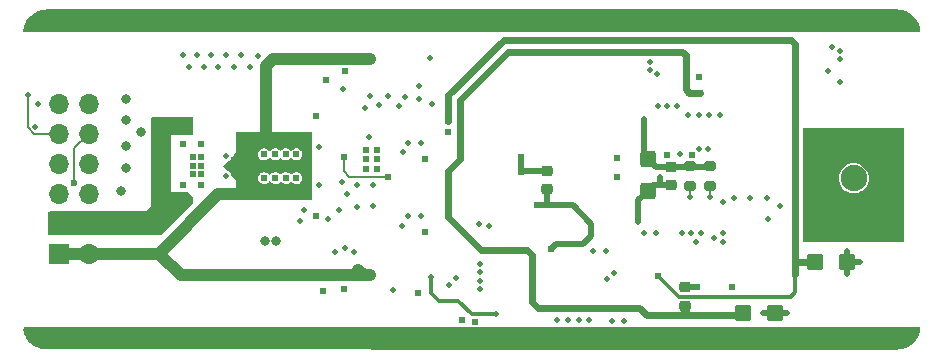
<source format=gbr>
%TF.GenerationSoftware,KiCad,Pcbnew,(6.0.5)*%
%TF.CreationDate,2022-10-08T22:42:16+08:00*%
%TF.ProjectId,LabPrecisionVoltageSource_V1.2,4c616250-7265-4636-9973-696f6e566f6c,rev?*%
%TF.SameCoordinates,Original*%
%TF.FileFunction,Copper,L4,Bot*%
%TF.FilePolarity,Positive*%
%FSLAX46Y46*%
G04 Gerber Fmt 4.6, Leading zero omitted, Abs format (unit mm)*
G04 Created by KiCad (PCBNEW (6.0.5)) date 2022-10-08 22:42:16*
%MOMM*%
%LPD*%
G01*
G04 APERTURE LIST*
G04 Aperture macros list*
%AMRoundRect*
0 Rectangle with rounded corners*
0 $1 Rounding radius*
0 $2 $3 $4 $5 $6 $7 $8 $9 X,Y pos of 4 corners*
0 Add a 4 corners polygon primitive as box body*
4,1,4,$2,$3,$4,$5,$6,$7,$8,$9,$2,$3,0*
0 Add four circle primitives for the rounded corners*
1,1,$1+$1,$2,$3*
1,1,$1+$1,$4,$5*
1,1,$1+$1,$6,$7*
1,1,$1+$1,$8,$9*
0 Add four rect primitives between the rounded corners*
20,1,$1+$1,$2,$3,$4,$5,0*
20,1,$1+$1,$4,$5,$6,$7,0*
20,1,$1+$1,$6,$7,$8,$9,0*
20,1,$1+$1,$8,$9,$2,$3,0*%
G04 Aperture macros list end*
%TA.AperFunction,ComponentPad*%
%ADD10C,2.240000*%
%TD*%
%TA.AperFunction,ComponentPad*%
%ADD11C,2.740000*%
%TD*%
%TA.AperFunction,ComponentPad*%
%ADD12R,1.700000X1.700000*%
%TD*%
%TA.AperFunction,ComponentPad*%
%ADD13O,1.700000X1.700000*%
%TD*%
%TA.AperFunction,SMDPad,CuDef*%
%ADD14RoundRect,0.200000X0.275000X-0.200000X0.275000X0.200000X-0.275000X0.200000X-0.275000X-0.200000X0*%
%TD*%
%TA.AperFunction,SMDPad,CuDef*%
%ADD15RoundRect,0.225000X-0.250000X0.225000X-0.250000X-0.225000X0.250000X-0.225000X0.250000X0.225000X0*%
%TD*%
%TA.AperFunction,SMDPad,CuDef*%
%ADD16RoundRect,0.250000X-0.450000X-0.425000X0.450000X-0.425000X0.450000X0.425000X-0.450000X0.425000X0*%
%TD*%
%TA.AperFunction,SMDPad,CuDef*%
%ADD17RoundRect,0.250000X-0.425000X0.450000X-0.425000X-0.450000X0.425000X-0.450000X0.425000X0.450000X0*%
%TD*%
%TA.AperFunction,SMDPad,CuDef*%
%ADD18RoundRect,0.250000X0.450000X0.425000X-0.450000X0.425000X-0.450000X-0.425000X0.450000X-0.425000X0*%
%TD*%
%TA.AperFunction,SMDPad,CuDef*%
%ADD19RoundRect,0.225000X0.250000X-0.225000X0.250000X0.225000X-0.250000X0.225000X-0.250000X-0.225000X0*%
%TD*%
%TA.AperFunction,ViaPad*%
%ADD20C,0.800000*%
%TD*%
%TA.AperFunction,ViaPad*%
%ADD21C,0.502000*%
%TD*%
%TA.AperFunction,ViaPad*%
%ADD22C,0.603000*%
%TD*%
%TA.AperFunction,ViaPad*%
%ADD23C,0.600000*%
%TD*%
%TA.AperFunction,Conductor*%
%ADD24C,0.300000*%
%TD*%
%TA.AperFunction,Conductor*%
%ADD25C,0.500000*%
%TD*%
%TA.AperFunction,Conductor*%
%ADD26C,0.600000*%
%TD*%
%TA.AperFunction,Conductor*%
%ADD27C,0.800000*%
%TD*%
%TA.AperFunction,Conductor*%
%ADD28C,1.000000*%
%TD*%
%TA.AperFunction,Conductor*%
%ADD29C,0.200000*%
%TD*%
%TA.AperFunction,Conductor*%
%ADD30C,0.150000*%
%TD*%
G04 APERTURE END LIST*
D10*
%TO.P,J101,1,In*%
%TO.N,/ADC/ADC_INPUT*%
X189400000Y-94700000D03*
D11*
%TO.P,J101,2,Ext*%
%TO.N,GND*%
X186860000Y-92160000D03*
X191940000Y-92160000D03*
X186860000Y-97240000D03*
X191940000Y-97240000D03*
%TD*%
D12*
%TO.P,J102,1,Pin_1*%
%TO.N,VIN*%
X122081141Y-101069677D03*
D13*
%TO.P,J102,2,Pin_2*%
X124621141Y-101069677D03*
%TO.P,J102,3,Pin_3*%
%TO.N,GND*%
X122081141Y-98529677D03*
%TO.P,J102,4,Pin_4*%
X124621141Y-98529677D03*
%TO.P,J102,5,Pin_5*%
%TO.N,/PMOD_SCK*%
X122081141Y-95989677D03*
%TO.P,J102,6,Pin_6*%
%TO.N,unconnected-(J102-Pad6)*%
X124621141Y-95989677D03*
%TO.P,J102,7,Pin_7*%
%TO.N,/PMOD_MISO*%
X122081141Y-93449677D03*
%TO.P,J102,8,Pin_8*%
%TO.N,/ADC/ADC_CLKIN*%
X124621141Y-93449677D03*
%TO.P,J102,9,Pin_9*%
%TO.N,/PMOD_MOSI*%
X122081141Y-90909677D03*
%TO.P,J102,10,Pin_10*%
%TO.N,/PMOD_CS_ADC*%
X124621141Y-90909677D03*
%TO.P,J102,11,Pin_11*%
%TO.N,/PMOD_CS_DAC*%
X122081141Y-88369677D03*
%TO.P,J102,12,Pin_12*%
%TO.N,/ADC/ADC_IRQ*%
X124621141Y-88369677D03*
%TD*%
D14*
%TO.P,R402,1*%
%TO.N,Net-(R402-Pad1)*%
X177211670Y-95338454D03*
%TO.P,R402,2*%
%TO.N,VDDA*%
X177211670Y-93688454D03*
%TD*%
D15*
%TO.P,C401,1*%
%TO.N,VDDA*%
X173911670Y-93738456D03*
%TO.P,C401,2*%
%TO.N,GND*%
X173911670Y-95288456D03*
%TD*%
D16*
%TO.P,C503,1*%
%TO.N,+15V*%
X186161671Y-101813455D03*
%TO.P,C503,2*%
%TO.N,GND*%
X188861671Y-101813455D03*
%TD*%
D17*
%TO.P,C402,1*%
%TO.N,VDDA*%
X171961671Y-93063456D03*
%TO.P,C402,2*%
%TO.N,GND*%
X171961671Y-95763456D03*
%TD*%
D15*
%TO.P,C302,1*%
%TO.N,VDDA*%
X163421143Y-94050862D03*
%TO.P,C302,2*%
%TO.N,GND*%
X163421143Y-95600862D03*
%TD*%
D14*
%TO.P,R401,1*%
%TO.N,Net-(R401-Pad1)*%
X175561669Y-95338456D03*
%TO.P,R401,2*%
%TO.N,VDDA*%
X175561669Y-93688456D03*
%TD*%
D18*
%TO.P,C506,1*%
%TO.N,GND*%
X182761671Y-106063456D03*
%TO.P,C506,2*%
%TO.N,-15V*%
X180061671Y-106063456D03*
%TD*%
D19*
%TO.P,C407,1*%
%TO.N,-15V*%
X175111671Y-105488455D03*
%TO.P,C407,2*%
%TO.N,GND*%
X175111671Y-103938455D03*
%TD*%
D20*
%TO.N,GND*%
X185800000Y-94700000D03*
X190300000Y-99300000D03*
X186600000Y-99600000D03*
X192700000Y-99400000D03*
D21*
%TO.N,VDD*%
X159074263Y-106200862D03*
X153633642Y-103091485D03*
%TO.N,GND*%
X149961670Y-87713456D03*
D20*
X145700000Y-81700000D03*
X122809000Y-107950000D03*
D21*
X169961669Y-106763455D03*
D20*
X191420000Y-81700000D03*
D21*
X146311671Y-100613456D03*
X151624261Y-97900865D03*
X133761669Y-84263455D03*
D22*
X133421141Y-93625861D03*
D21*
X171161671Y-97413457D03*
D22*
X156261671Y-106663457D03*
D20*
X148240000Y-81700000D03*
D22*
X133421139Y-92875863D03*
D20*
X140589000Y-107950000D03*
X168529000Y-107950000D03*
D22*
X134171141Y-92875864D03*
X133421141Y-94375860D03*
D20*
X163480000Y-81700000D03*
D21*
X179261671Y-96363455D03*
X151649263Y-91675864D03*
D20*
X186309000Y-107950000D03*
D22*
X133000000Y-89900000D03*
X164299264Y-96975864D03*
D21*
X168911672Y-106763455D03*
D20*
X125380000Y-81700000D03*
D21*
X178311671Y-100113456D03*
D20*
X176149000Y-107950000D03*
X138049000Y-107950000D03*
D21*
X150361671Y-104163456D03*
D20*
X127800000Y-89800000D03*
D21*
X134361671Y-85313456D03*
D22*
X134100000Y-91800000D03*
X153128512Y-93065864D03*
D20*
X181229000Y-107950000D03*
X188849000Y-107950000D03*
D21*
X151411668Y-87813455D03*
X148361669Y-91213455D03*
D20*
X145669000Y-107950000D03*
D22*
X179111671Y-103913457D03*
D21*
X168411671Y-100863455D03*
D22*
X163811670Y-100663457D03*
D21*
X188861668Y-100863457D03*
D20*
X168560000Y-81700000D03*
D21*
X171161670Y-96563457D03*
X172121142Y-85553985D03*
X146161671Y-87163455D03*
X178061670Y-89313457D03*
X169069265Y-102755863D03*
X152561671Y-86913456D03*
D20*
X143160000Y-81700000D03*
D21*
X189911670Y-101813455D03*
X168521142Y-103253985D03*
X180661669Y-96363455D03*
D20*
X188880000Y-81700000D03*
D22*
X142221143Y-92675865D03*
X157353139Y-106846861D03*
X140421142Y-92675860D03*
X132300000Y-97400000D03*
D21*
X176261670Y-89313457D03*
D22*
X144721141Y-86350864D03*
D20*
X120269000Y-107950000D03*
D22*
X134171141Y-93625862D03*
D21*
X176261670Y-92213457D03*
D20*
X127400000Y-95800000D03*
X160940000Y-81700000D03*
D21*
X172661672Y-99313455D03*
X177061671Y-92213456D03*
D20*
X140500000Y-100000000D03*
D22*
X142221143Y-94675862D03*
D20*
X127920000Y-81700000D03*
X120300000Y-81700000D03*
D22*
X146326642Y-85595363D03*
D20*
X186340000Y-81700000D03*
D21*
X148061671Y-88763455D03*
D20*
X135509000Y-107950000D03*
D21*
X158511672Y-98713456D03*
D22*
X162549263Y-96975865D03*
X132300000Y-96600000D03*
D21*
X182111672Y-98113457D03*
D22*
X132600000Y-91800000D03*
D21*
X172986669Y-94588455D03*
D22*
X169321142Y-94603984D03*
X176114263Y-103910861D03*
D21*
X152749263Y-91675864D03*
X152611670Y-88013456D03*
D22*
X149018511Y-93075864D03*
D21*
X181761669Y-106063456D03*
D20*
X153289000Y-107950000D03*
X183769000Y-107950000D03*
D21*
X138961670Y-84313456D03*
D20*
X178689000Y-107950000D03*
D22*
X134171141Y-94375862D03*
X144461671Y-104263456D03*
D21*
X147111671Y-100963457D03*
X174861668Y-99313455D03*
D20*
X158369000Y-107950000D03*
D21*
X148711669Y-97063457D03*
D20*
X176180000Y-81700000D03*
D21*
X177161670Y-89313457D03*
D20*
X181260000Y-81700000D03*
D21*
X147361670Y-97113457D03*
D22*
X149006513Y-93887863D03*
D20*
X122840000Y-81700000D03*
D21*
X188221141Y-86553986D03*
D20*
X153320000Y-81700000D03*
X132969000Y-107950000D03*
D21*
X145811670Y-97413457D03*
D20*
X148209000Y-107950000D03*
D21*
X178311670Y-99313454D03*
X152724265Y-97900863D03*
X178311671Y-96713456D03*
X182061671Y-96363455D03*
D20*
X143129000Y-107950000D03*
X166020000Y-81700000D03*
X171100000Y-81700000D03*
D21*
X188221141Y-84603985D03*
D20*
X160909000Y-107950000D03*
D21*
X138261671Y-85313455D03*
D20*
X150749000Y-107950000D03*
D22*
X139471142Y-94675862D03*
D20*
X191389000Y-107950000D03*
D21*
X157686670Y-98538456D03*
D20*
X173609000Y-107950000D03*
D21*
X183761671Y-106063456D03*
D20*
X171069000Y-107950000D03*
X129100000Y-90800000D03*
D21*
X174661670Y-92663456D03*
D20*
X163449000Y-107950000D03*
X193929000Y-107950000D03*
D21*
X172121140Y-84853984D03*
X183161671Y-97063457D03*
D20*
X130460000Y-81700000D03*
D21*
X137561670Y-84263456D03*
X135611671Y-85313455D03*
X145461670Y-100963457D03*
D22*
X139471141Y-92675865D03*
D21*
X177561669Y-99763455D03*
D20*
X155829000Y-107950000D03*
D21*
X151271141Y-92453984D03*
X150911671Y-88563455D03*
X171161670Y-98413456D03*
D20*
X183800000Y-81700000D03*
D22*
X141321141Y-92675862D03*
D21*
X148411670Y-87713456D03*
X142511670Y-98313457D03*
D20*
X158400000Y-81700000D03*
D21*
X149211670Y-88463456D03*
D22*
X133100000Y-96600000D03*
X132100000Y-89900000D03*
X146249265Y-104075861D03*
X132550000Y-90650000D03*
D21*
X146111670Y-95013456D03*
X146461670Y-96063454D03*
X187599265Y-83575861D03*
X144861670Y-98163457D03*
D20*
X125349000Y-107950000D03*
D22*
X169321142Y-92972930D03*
D21*
X188221141Y-83903986D03*
D20*
X165989000Y-107950000D03*
D22*
X140421140Y-94675864D03*
X132600000Y-95300000D03*
D20*
X139600000Y-100000000D03*
X127889000Y-107950000D03*
D21*
X176461671Y-99313455D03*
D22*
X143874141Y-97872863D03*
D21*
X148661671Y-95263455D03*
X136261669Y-84263456D03*
D20*
X150780000Y-81700000D03*
X178720000Y-81700000D03*
D21*
X153711671Y-88413455D03*
D22*
X141321140Y-94675862D03*
D21*
X135011671Y-84263456D03*
X132611670Y-84263456D03*
X171611668Y-99313455D03*
D22*
X173600000Y-92700000D03*
D20*
X129300000Y-98500000D03*
D21*
X136961671Y-85313457D03*
D22*
X134100000Y-95300000D03*
X149006511Y-92287862D03*
D21*
X147361670Y-95263457D03*
X175661670Y-99313455D03*
X142861670Y-97413457D03*
X172749265Y-85875863D03*
D20*
X193900000Y-81700000D03*
X127800000Y-92000000D03*
D22*
X148106514Y-92287862D03*
X143874141Y-89428861D03*
D20*
X133000000Y-81700000D03*
D22*
X148106513Y-93037862D03*
X152549077Y-104376051D03*
D20*
X127400000Y-98500000D03*
D21*
X133161671Y-85313456D03*
D22*
X148106513Y-93887865D03*
D21*
X151185770Y-98739355D03*
D20*
X135540000Y-81700000D03*
D22*
X153143143Y-99278862D03*
D20*
X155860000Y-81700000D03*
X127800000Y-93800000D03*
D21*
X188861670Y-102763456D03*
X176061672Y-100063455D03*
D20*
X140620000Y-81700000D03*
D21*
X167361669Y-100863456D03*
D22*
X175700000Y-92700000D03*
X176311669Y-86163456D03*
D20*
X130429000Y-107950000D03*
X138080000Y-81700000D03*
X173640000Y-81700000D03*
X127800000Y-88000000D03*
D21*
X187224076Y-85575863D03*
D22*
%TO.N,+15V*%
X184461670Y-100663457D03*
X155061669Y-90763457D03*
X184461670Y-102763456D03*
X184461671Y-85963455D03*
X184461670Y-85063456D03*
X184461671Y-101763455D03*
X155061671Y-89863456D03*
X172861671Y-102963456D03*
X184461670Y-99663456D03*
X184461671Y-84063455D03*
%TO.N,-15V*%
X176961669Y-106263455D03*
X175161670Y-84963457D03*
X175461670Y-87463458D03*
X178061670Y-106263457D03*
X175161670Y-86663457D03*
X155061671Y-96063454D03*
X176361670Y-87463457D03*
X155061669Y-96963457D03*
D21*
%TO.N,Net-(C215-Pad1)*%
X144171140Y-95275864D03*
X136271140Y-94475864D03*
%TO.N,VDDA*%
X171611671Y-89713456D03*
X165211670Y-106713457D03*
X153561670Y-84513457D03*
X171611668Y-90463455D03*
D22*
X161271143Y-94203985D03*
D21*
X164311670Y-106713457D03*
X166111670Y-106713457D03*
X171611671Y-91213457D03*
X167011669Y-106713457D03*
D22*
X161271143Y-92853985D03*
%TO.N,VIN*%
X143296143Y-94675862D03*
D21*
X137321142Y-94475864D03*
X137321142Y-92825865D03*
D22*
X146411672Y-84563455D03*
X142376141Y-91245863D03*
X142300144Y-96071864D03*
X146401641Y-102945364D03*
X143276141Y-91245863D03*
X147451641Y-102470363D03*
X148461668Y-84563455D03*
D21*
X137271141Y-93675863D03*
X138121142Y-94475864D03*
D22*
X143150142Y-96071862D03*
X136621140Y-93675862D03*
X143296144Y-92650863D03*
X148451640Y-102920365D03*
D21*
X138121142Y-92825865D03*
D22*
X144536671Y-84563455D03*
%TO.N,/Power/VPOS*%
X146211669Y-92863456D03*
X150004510Y-94581297D03*
D21*
%TO.N,Net-(C210-Pad1)*%
X144121141Y-92075863D03*
X136271142Y-92825865D03*
%TO.N,/ADC/ADC_CLKIN*%
X155161670Y-103713457D03*
%TO.N,/ADC/ADC_IRQ*%
X155711670Y-103113456D03*
%TO.N,Net-(R401-Pad1)*%
X175561671Y-96263456D03*
%TO.N,Net-(R402-Pad1)*%
X177211670Y-96263457D03*
%TO.N,/PMOD_CS_DAC*%
X175407439Y-89367688D03*
%TO.N,/PMOD_MOSI*%
X174411670Y-88613454D03*
X157761670Y-103363455D03*
X119461669Y-87650000D03*
%TO.N,/PMOD_MISO*%
X157761670Y-104063457D03*
X172811671Y-88613456D03*
X120311670Y-88413457D03*
%TO.N,/PMOD_SCK*%
X120085336Y-90314663D03*
X173611670Y-88613456D03*
X157761670Y-102663456D03*
%TO.N,/PMOD_CS_ADC*%
X157761670Y-101963455D03*
D23*
X123400000Y-95100000D03*
%TD*%
D24*
%TO.N,VDD*%
X159074263Y-106200862D02*
X157049076Y-106200861D01*
X157049076Y-106200861D02*
X155911670Y-105063455D01*
X155911670Y-105063455D02*
X154311669Y-105063456D01*
X154311669Y-105063456D02*
X153633640Y-104385428D01*
X153633640Y-104385428D02*
X153633642Y-103091485D01*
D25*
%TO.N,GND*%
X172986669Y-95288457D02*
X172986669Y-94588455D01*
X172436670Y-95288457D02*
X171961670Y-95763456D01*
X163449263Y-96975864D02*
X164299264Y-96975864D01*
X171161670Y-96563457D02*
X171961670Y-95763456D01*
X166479972Y-100245764D02*
X164229365Y-100245762D01*
X167179973Y-99545763D02*
X166479972Y-100245764D01*
X164299264Y-96975864D02*
X165610073Y-96975864D01*
X175111670Y-103938456D02*
X176086669Y-103938456D01*
X167179973Y-98545763D02*
X167179973Y-99545763D01*
X162549263Y-96975865D02*
X163449263Y-96975864D01*
X171161670Y-98413456D02*
X171161671Y-97413457D01*
X165610073Y-96975864D02*
X167179973Y-98545763D01*
X173911670Y-95288457D02*
X172986669Y-95288457D01*
X188861671Y-101813455D02*
X188861670Y-102763456D01*
X182761670Y-106063456D02*
X183761671Y-106063456D01*
X188861671Y-101813455D02*
X188861668Y-100863457D01*
X164229365Y-100245762D02*
X163811670Y-100663457D01*
X163421142Y-95600863D02*
X163421143Y-96947741D01*
X172986669Y-95288457D02*
X172436670Y-95288457D01*
X182761670Y-106063456D02*
X181761669Y-106063456D01*
X163421143Y-96947741D02*
X163449263Y-96975864D01*
X188861671Y-101813455D02*
X189911670Y-101813455D01*
X176086669Y-103938456D02*
X176114263Y-103910861D01*
X171161671Y-97413457D02*
X171161670Y-96563457D01*
D26*
%TO.N,+15V*%
X155061671Y-87663455D02*
X159761670Y-82963457D01*
X184061671Y-82963457D02*
X184461670Y-83363456D01*
X184461672Y-100963457D02*
X184461671Y-101763455D01*
X186111669Y-101763457D02*
X186161669Y-101813456D01*
X184461670Y-83363456D02*
X184461671Y-84063455D01*
X184461670Y-85063456D02*
X184461671Y-85963455D01*
X184461670Y-99663456D02*
X184461670Y-100663457D01*
X184461671Y-101763455D02*
X186111669Y-101763457D01*
D24*
X184461672Y-104313456D02*
X184461670Y-102763456D01*
D26*
X159761670Y-82963457D02*
X184061671Y-82963457D01*
X184461671Y-101863454D02*
X184461670Y-102763456D01*
D24*
X172861671Y-102963456D02*
X174611669Y-104713457D01*
D26*
X184461671Y-85963455D02*
X184461670Y-99663456D01*
X184461670Y-100663457D02*
X184461672Y-100963457D01*
D24*
X184061672Y-104713455D02*
X184461672Y-104313456D01*
D26*
X155061671Y-89863456D02*
X155061671Y-87663455D01*
X184461671Y-101763455D02*
X184461671Y-101863454D01*
X184461671Y-84063455D02*
X184461670Y-85063456D01*
D24*
X174611669Y-104713457D02*
X184061672Y-104713455D01*
D26*
%TO.N,-15V*%
X175161670Y-86663457D02*
X175161670Y-87163458D01*
X178061670Y-106263457D02*
X179861671Y-106263457D01*
X155061672Y-94063456D02*
X156061670Y-93063457D01*
X162161671Y-101161671D02*
X162161671Y-105163457D01*
X156061670Y-88063457D02*
X160161670Y-83963456D01*
X179861671Y-106263457D02*
X180061671Y-106063456D01*
X155061669Y-97963456D02*
X157861669Y-100763456D01*
X175161670Y-87163458D02*
X175461670Y-87463458D01*
D27*
X175111672Y-105488456D02*
X175111672Y-106013456D01*
D26*
X155061669Y-96963457D02*
X155061669Y-97963456D01*
X162661669Y-105663455D02*
X171261671Y-105663455D01*
X176961669Y-106263455D02*
X178061670Y-106263457D01*
X175161670Y-84263456D02*
X175161670Y-84963457D01*
X157861669Y-100763456D02*
X161763456Y-100763456D01*
X171861670Y-106263457D02*
X175861669Y-106263457D01*
X175461670Y-87463458D02*
X176361670Y-87463457D01*
X174861670Y-83963456D02*
X175161670Y-84263456D01*
X171261671Y-105663455D02*
X171861670Y-106263457D01*
X155061671Y-96063454D02*
X155061672Y-94063456D01*
X160161670Y-83963456D02*
X174861670Y-83963456D01*
X156061670Y-93063457D02*
X156061670Y-88063457D01*
X155061669Y-96963457D02*
X155061671Y-96063454D01*
X175861669Y-106263457D02*
X176961669Y-106263455D01*
X162161671Y-105163457D02*
X162661669Y-105663455D01*
X161763456Y-100763456D02*
X162161671Y-101161671D01*
X175161670Y-84963457D02*
X175161670Y-86663457D01*
D25*
%TO.N,VDDA*%
X172636670Y-93738457D02*
X171961669Y-93063457D01*
X177161672Y-93738457D02*
X177211670Y-93688457D01*
X171611671Y-92713457D02*
X171961669Y-93063457D01*
X171611671Y-89713456D02*
X171611671Y-91213457D01*
X173911670Y-93738457D02*
X177161672Y-93738457D01*
X161271143Y-94203985D02*
X161271143Y-92853985D01*
X163421142Y-94050863D02*
X161424264Y-94050863D01*
X173911670Y-93738457D02*
X172636670Y-93738457D01*
X161424264Y-94050863D02*
X161271143Y-94203985D01*
X171611671Y-91213457D02*
X171611671Y-92713457D01*
D28*
%TO.N,VIN*%
X132453016Y-102920363D02*
X146801640Y-102920366D01*
X140261670Y-84563454D02*
X139651642Y-85173484D01*
X130602325Y-101069677D02*
X132453016Y-102920363D01*
X148451640Y-102920365D02*
X147901640Y-102920363D01*
X135608547Y-96063455D02*
X137561672Y-96063455D01*
X146411672Y-84563455D02*
X148461668Y-84563455D01*
X122081141Y-101069677D02*
X124621140Y-101069677D01*
X130602325Y-101069677D02*
X135608547Y-96063455D01*
X147901640Y-102920363D02*
X147451641Y-102470363D01*
X144536671Y-84563455D02*
X140261670Y-84563454D01*
X124621140Y-101069677D02*
X130602325Y-101069677D01*
X139651642Y-85173484D02*
X139651640Y-90970364D01*
X144536671Y-84563455D02*
X146411672Y-84563455D01*
X147901640Y-102920363D02*
X146426644Y-102920363D01*
D29*
%TO.N,/Power/VPOS*%
X150004510Y-94581297D02*
X146704511Y-94581298D01*
X146704511Y-94581298D02*
X146211669Y-94088457D01*
X146211669Y-94088457D02*
X146211669Y-92863456D01*
%TO.N,Net-(R401-Pad1)*%
X175561669Y-95338455D02*
X175561671Y-96263456D01*
%TO.N,Net-(R402-Pad1)*%
X177211668Y-95338457D02*
X177211670Y-96263457D01*
D30*
%TO.N,/PMOD_MOSI*%
X119461669Y-90363456D02*
X120011670Y-90913457D01*
X120015451Y-90909677D02*
X122081141Y-90909677D01*
X120011670Y-90913457D02*
X120015451Y-90909677D01*
X119461669Y-87650000D02*
X119461669Y-90363456D01*
%TO.N,/PMOD_CS_ADC*%
X123400000Y-92130818D02*
X124621141Y-90909677D01*
X123400000Y-95100000D02*
X123400000Y-92130818D01*
%TD*%
%TA.AperFunction,Conductor*%
%TO.N,GND*%
G36*
X193075791Y-80401270D02*
G01*
X193238824Y-80411958D01*
X193239390Y-80411997D01*
X193328542Y-80418373D01*
X193344132Y-80420473D01*
X193487166Y-80448927D01*
X193489367Y-80449385D01*
X193596862Y-80472771D01*
X193610580Y-80476578D01*
X193744723Y-80522115D01*
X193748254Y-80523373D01*
X193855153Y-80563246D01*
X193866837Y-80568290D01*
X193992420Y-80630222D01*
X193997038Y-80632621D01*
X194098549Y-80688051D01*
X194108165Y-80693873D01*
X194223929Y-80771225D01*
X194229431Y-80775119D01*
X194322554Y-80844830D01*
X194330087Y-80850937D01*
X194434532Y-80942533D01*
X194440548Y-80948168D01*
X194522944Y-81030564D01*
X194528561Y-81036561D01*
X194601676Y-81119933D01*
X194620146Y-81140994D01*
X194626275Y-81148552D01*
X194695992Y-81241683D01*
X194699873Y-81247168D01*
X194777232Y-81362943D01*
X194783051Y-81372552D01*
X194838495Y-81474090D01*
X194840884Y-81478691D01*
X194902812Y-81604269D01*
X194907861Y-81615963D01*
X194947724Y-81722837D01*
X194948977Y-81726355D01*
X194994527Y-81860535D01*
X194998331Y-81874245D01*
X195021710Y-81981712D01*
X195022168Y-81983912D01*
X195050628Y-82126974D01*
X195052728Y-82142561D01*
X195054334Y-82165012D01*
X195039242Y-82234386D01*
X194989040Y-82284588D01*
X194928655Y-82300000D01*
X119226000Y-82300000D01*
X119157879Y-82279998D01*
X119111386Y-82226342D01*
X119100000Y-82174000D01*
X119100000Y-82097495D01*
X119102422Y-82072906D01*
X119120902Y-81980029D01*
X119121361Y-81977828D01*
X119143769Y-81874848D01*
X119147577Y-81861131D01*
X119194082Y-81724153D01*
X119195323Y-81720666D01*
X119234141Y-81616605D01*
X119239186Y-81604923D01*
X119302168Y-81477222D01*
X119304586Y-81472567D01*
X119358823Y-81373246D01*
X119364646Y-81363629D01*
X119443166Y-81246124D01*
X119447063Y-81240617D01*
X119515432Y-81149293D01*
X119521568Y-81141726D01*
X119614444Y-81035825D01*
X119620080Y-81029807D01*
X119700959Y-80948931D01*
X119706977Y-80943295D01*
X119812882Y-80850422D01*
X119820450Y-80844286D01*
X119911784Y-80775915D01*
X119917291Y-80772018D01*
X120034802Y-80693501D01*
X120044410Y-80687684D01*
X120143734Y-80633449D01*
X120148371Y-80631041D01*
X120150072Y-80630202D01*
X120276098Y-80568053D01*
X120287789Y-80563006D01*
X120391779Y-80524219D01*
X120395294Y-80522966D01*
X120532326Y-80476449D01*
X120546021Y-80472648D01*
X120649043Y-80450235D01*
X120651236Y-80449779D01*
X120655519Y-80448927D01*
X120798695Y-80420445D01*
X120814292Y-80418345D01*
X120857079Y-80415289D01*
X120892572Y-80412754D01*
X120893303Y-80412704D01*
X121067685Y-80401270D01*
X121075929Y-80401000D01*
X193067548Y-80401000D01*
X193075791Y-80401270D01*
G37*
%TD.AperFunction*%
%TD*%
%TA.AperFunction,Conductor*%
%TO.N,GND*%
G36*
X194996795Y-107320002D02*
G01*
X195043288Y-107373658D01*
X195054354Y-107434977D01*
X195052761Y-107457276D01*
X195050660Y-107472877D01*
X195022063Y-107616651D01*
X195021605Y-107618852D01*
X194998389Y-107725583D01*
X194994584Y-107739294D01*
X194953025Y-107861728D01*
X194948872Y-107873963D01*
X194947614Y-107877495D01*
X194907939Y-107983870D01*
X194902893Y-107995559D01*
X194860502Y-108081518D01*
X194840786Y-108121499D01*
X194838368Y-108126155D01*
X194783153Y-108227275D01*
X194777330Y-108236892D01*
X194699775Y-108352961D01*
X194695878Y-108358468D01*
X194626419Y-108451254D01*
X194620283Y-108458822D01*
X194528469Y-108563516D01*
X194522832Y-108569535D01*
X194440723Y-108651643D01*
X194434704Y-108657280D01*
X194330002Y-108749099D01*
X194322434Y-108755235D01*
X194229652Y-108824690D01*
X194224144Y-108828587D01*
X194108070Y-108906143D01*
X194098454Y-108911965D01*
X193997335Y-108967179D01*
X193992687Y-108969593D01*
X193946106Y-108992563D01*
X193866729Y-109031705D01*
X193855033Y-109036754D01*
X193748652Y-109076430D01*
X193745228Y-109077650D01*
X193610470Y-109123391D01*
X193596758Y-109127196D01*
X193552746Y-109136769D01*
X193490123Y-109150390D01*
X193487922Y-109150848D01*
X193343999Y-109179473D01*
X193328422Y-109181572D01*
X193244442Y-109187587D01*
X193243891Y-109187625D01*
X193103694Y-109196810D01*
X193074396Y-109198729D01*
X193066134Y-109198999D01*
X176407959Y-109195711D01*
X121075236Y-109184788D01*
X121067036Y-109184518D01*
X121018715Y-109181352D01*
X120906996Y-109174031D01*
X120906238Y-109173979D01*
X120859551Y-109170637D01*
X120813462Y-109167337D01*
X120797901Y-109165241D01*
X120657047Y-109137225D01*
X120654854Y-109136769D01*
X120545114Y-109112899D01*
X120531398Y-109109092D01*
X120398645Y-109064031D01*
X120395113Y-109062773D01*
X120286807Y-109022378D01*
X120275112Y-109017329D01*
X120150613Y-108955936D01*
X120145955Y-108953517D01*
X120043376Y-108897506D01*
X120033765Y-108891688D01*
X119918884Y-108814928D01*
X119913377Y-108811031D01*
X119819356Y-108740649D01*
X119811788Y-108734513D01*
X119803544Y-108727284D01*
X119708100Y-108643582D01*
X119702101Y-108637963D01*
X119618954Y-108554816D01*
X119613318Y-108548799D01*
X119522395Y-108445123D01*
X119516274Y-108437575D01*
X119445865Y-108343520D01*
X119442003Y-108338062D01*
X119365231Y-108223165D01*
X119359409Y-108213550D01*
X119303391Y-108110960D01*
X119300973Y-108106304D01*
X119239579Y-107981810D01*
X119234535Y-107970129D01*
X119194104Y-107861728D01*
X119192875Y-107858274D01*
X119147833Y-107725583D01*
X119147815Y-107725529D01*
X119144009Y-107711818D01*
X119120136Y-107602070D01*
X119119678Y-107599869D01*
X119102421Y-107513112D01*
X119100000Y-107488531D01*
X119100000Y-107426000D01*
X119120002Y-107357879D01*
X119173658Y-107311386D01*
X119226000Y-107300000D01*
X194928674Y-107300000D01*
X194996795Y-107320002D01*
G37*
%TD.AperFunction*%
%TD*%
%TA.AperFunction,Conductor*%
%TO.N,VIN*%
G36*
X143530833Y-90782364D02*
G01*
X143566797Y-90831864D01*
X143571641Y-90861953D01*
X143576641Y-91845166D01*
X143576642Y-91845669D01*
X143576642Y-96464456D01*
X143557735Y-96522647D01*
X143508235Y-96558611D01*
X143477642Y-96563456D01*
X140339141Y-96563457D01*
X137200639Y-96563458D01*
X137142448Y-96544551D01*
X137106484Y-96495051D01*
X137101639Y-96464458D01*
X137101639Y-94870363D01*
X137054283Y-94818701D01*
X136917667Y-94669666D01*
X138964018Y-94669666D01*
X138964933Y-94676663D01*
X138964933Y-94676664D01*
X138966941Y-94692022D01*
X138982663Y-94812248D01*
X138985501Y-94818699D01*
X138985502Y-94818701D01*
X139037735Y-94937410D01*
X139040576Y-94943866D01*
X139133102Y-95053939D01*
X139138973Y-95057847D01*
X139138974Y-95057848D01*
X139151329Y-95066072D01*
X139252803Y-95133619D01*
X139259534Y-95135722D01*
X139265619Y-95137623D01*
X139390056Y-95176500D01*
X139461942Y-95177818D01*
X139526775Y-95179006D01*
X139526777Y-95179006D01*
X139533828Y-95179135D01*
X139540631Y-95177280D01*
X139540633Y-95177280D01*
X139587480Y-95164508D01*
X139672560Y-95141312D01*
X139795101Y-95066072D01*
X139802545Y-95057848D01*
X139873556Y-94979396D01*
X139926624Y-94948942D01*
X139987457Y-94955497D01*
X140022736Y-94982129D01*
X140024424Y-94984137D01*
X140078561Y-95048542D01*
X140078564Y-95048544D01*
X140083100Y-95053941D01*
X140088971Y-95057849D01*
X140088972Y-95057850D01*
X140101324Y-95066072D01*
X140202801Y-95133621D01*
X140209532Y-95135724D01*
X140215617Y-95137625D01*
X140340054Y-95176502D01*
X140411940Y-95177820D01*
X140476773Y-95179008D01*
X140476775Y-95179008D01*
X140483826Y-95179137D01*
X140490629Y-95177282D01*
X140490631Y-95177282D01*
X140537478Y-95164510D01*
X140622558Y-95141314D01*
X140745099Y-95066074D01*
X140797632Y-95008036D01*
X140850700Y-94977582D01*
X140911533Y-94984137D01*
X140946813Y-95010770D01*
X140978561Y-95048540D01*
X140978564Y-95048542D01*
X140983100Y-95053939D01*
X140988971Y-95057847D01*
X140988972Y-95057848D01*
X141001327Y-95066072D01*
X141102801Y-95133619D01*
X141109532Y-95135722D01*
X141115617Y-95137623D01*
X141240054Y-95176500D01*
X141311940Y-95177818D01*
X141376773Y-95179006D01*
X141376775Y-95179006D01*
X141383826Y-95179135D01*
X141390629Y-95177280D01*
X141390631Y-95177280D01*
X141437478Y-95164508D01*
X141522558Y-95141312D01*
X141645099Y-95066072D01*
X141656080Y-95053941D01*
X141697633Y-95008033D01*
X141750701Y-94977579D01*
X141811534Y-94984134D01*
X141846812Y-95010766D01*
X141883103Y-95053939D01*
X141888974Y-95057847D01*
X141888975Y-95057848D01*
X141901330Y-95066072D01*
X142002804Y-95133619D01*
X142009535Y-95135722D01*
X142015620Y-95137623D01*
X142140057Y-95176500D01*
X142211943Y-95177818D01*
X142276776Y-95179006D01*
X142276778Y-95179006D01*
X142283829Y-95179135D01*
X142290632Y-95177280D01*
X142290634Y-95177280D01*
X142337481Y-95164508D01*
X142422561Y-95141312D01*
X142545102Y-95066072D01*
X142556083Y-95053941D01*
X142636867Y-94964691D01*
X142636867Y-94964690D01*
X142641599Y-94959463D01*
X142704297Y-94830056D01*
X142706208Y-94818701D01*
X142727520Y-94692022D01*
X142727520Y-94692021D01*
X142728154Y-94688253D01*
X142728305Y-94675862D01*
X142707920Y-94533519D01*
X142648403Y-94402618D01*
X142589091Y-94333783D01*
X142559144Y-94299027D01*
X142559143Y-94299026D01*
X142554539Y-94293683D01*
X142548622Y-94289848D01*
X142548620Y-94289846D01*
X142439795Y-94219310D01*
X142439793Y-94219309D01*
X142433873Y-94215472D01*
X142296106Y-94174271D01*
X142214361Y-94173771D01*
X142159364Y-94173435D01*
X142159363Y-94173435D01*
X142152313Y-94173392D01*
X142145536Y-94175329D01*
X142145535Y-94175329D01*
X142020833Y-94210969D01*
X142020831Y-94210970D01*
X142014053Y-94212907D01*
X141892441Y-94289639D01*
X141845382Y-94342923D01*
X141845381Y-94342924D01*
X141792689Y-94374024D01*
X141731780Y-94368212D01*
X141696179Y-94342013D01*
X141665828Y-94306788D01*
X141659140Y-94299026D01*
X141659139Y-94299025D01*
X141654536Y-94293683D01*
X141648619Y-94289848D01*
X141648617Y-94289846D01*
X141539792Y-94219310D01*
X141539790Y-94219309D01*
X141533870Y-94215472D01*
X141396103Y-94174271D01*
X141314358Y-94173771D01*
X141259361Y-94173435D01*
X141259360Y-94173435D01*
X141252310Y-94173392D01*
X141245533Y-94175329D01*
X141245532Y-94175329D01*
X141120830Y-94210969D01*
X141120828Y-94210970D01*
X141114050Y-94212907D01*
X140992438Y-94289639D01*
X140945379Y-94342923D01*
X140892687Y-94374023D01*
X140831778Y-94368211D01*
X140796176Y-94342011D01*
X140759141Y-94299029D01*
X140759138Y-94299026D01*
X140754536Y-94293685D01*
X140748619Y-94289850D01*
X140748617Y-94289848D01*
X140639792Y-94219312D01*
X140639788Y-94219310D01*
X140633870Y-94215474D01*
X140496103Y-94174273D01*
X140414358Y-94173773D01*
X140359361Y-94173437D01*
X140359360Y-94173437D01*
X140352310Y-94173394D01*
X140345533Y-94175331D01*
X140345532Y-94175331D01*
X140220830Y-94210971D01*
X140220828Y-94210972D01*
X140214050Y-94212909D01*
X140092438Y-94289641D01*
X140087772Y-94294924D01*
X140087770Y-94294926D01*
X140020073Y-94371578D01*
X139967380Y-94402678D01*
X139906472Y-94396866D01*
X139870871Y-94370667D01*
X139833512Y-94327309D01*
X139809143Y-94299027D01*
X139809142Y-94299026D01*
X139804538Y-94293683D01*
X139798621Y-94289848D01*
X139798619Y-94289846D01*
X139689794Y-94219310D01*
X139689792Y-94219309D01*
X139683872Y-94215472D01*
X139546105Y-94174271D01*
X139464360Y-94173771D01*
X139409363Y-94173435D01*
X139409362Y-94173435D01*
X139402312Y-94173392D01*
X139395535Y-94175329D01*
X139395534Y-94175329D01*
X139270832Y-94210969D01*
X139270830Y-94210970D01*
X139264052Y-94212907D01*
X139142440Y-94289639D01*
X139137774Y-94294923D01*
X139137772Y-94294924D01*
X139134147Y-94299029D01*
X139047252Y-94397418D01*
X138986141Y-94527582D01*
X138964018Y-94669666D01*
X136917667Y-94669666D01*
X136745608Y-94481965D01*
X136720586Y-94429103D01*
X136709949Y-94354826D01*
X136709948Y-94354823D01*
X136708948Y-94347840D01*
X136706028Y-94341418D01*
X136706027Y-94341414D01*
X136658340Y-94236532D01*
X136655419Y-94230107D01*
X136646118Y-94219312D01*
X136575602Y-94137475D01*
X136575601Y-94137474D01*
X136570997Y-94132131D01*
X136565080Y-94128296D01*
X136565078Y-94128294D01*
X136468392Y-94065626D01*
X136468390Y-94065625D01*
X136462470Y-94061788D01*
X136348073Y-94027576D01*
X136303462Y-93999624D01*
X136062963Y-93737261D01*
X136037579Y-93681589D01*
X136049767Y-93621630D01*
X136062963Y-93603467D01*
X136352608Y-93287490D01*
X136399544Y-93258874D01*
X136417817Y-93253893D01*
X136445495Y-93246347D01*
X136445497Y-93246346D01*
X136452298Y-93244492D01*
X136472193Y-93232277D01*
X136556502Y-93180511D01*
X136556504Y-93180509D01*
X136562511Y-93176821D01*
X136567240Y-93171596D01*
X136567243Y-93171594D01*
X136644569Y-93086166D01*
X136644569Y-93086165D01*
X136649302Y-93080937D01*
X136705692Y-92964548D01*
X136713659Y-92917196D01*
X136738308Y-92866725D01*
X136905406Y-92684436D01*
X136918942Y-92669669D01*
X138964017Y-92669669D01*
X138964932Y-92676666D01*
X138964932Y-92676667D01*
X138966940Y-92692025D01*
X138982662Y-92812251D01*
X138985500Y-92818702D01*
X138985501Y-92818704D01*
X139020860Y-92899063D01*
X139040575Y-92943869D01*
X139133101Y-93053942D01*
X139138972Y-93057850D01*
X139138973Y-93057851D01*
X139151328Y-93066075D01*
X139252802Y-93133622D01*
X139390055Y-93176503D01*
X139461941Y-93177820D01*
X139526774Y-93179009D01*
X139526776Y-93179009D01*
X139533827Y-93179138D01*
X139540630Y-93177283D01*
X139540632Y-93177283D01*
X139587479Y-93164511D01*
X139672559Y-93141315D01*
X139795100Y-93066075D01*
X139799840Y-93060839D01*
X139869267Y-92984136D01*
X139873559Y-92979394D01*
X139926627Y-92948940D01*
X139987460Y-92955495D01*
X140022740Y-92982128D01*
X140046816Y-93010770D01*
X140083102Y-93053937D01*
X140088973Y-93057845D01*
X140088974Y-93057846D01*
X140102588Y-93066908D01*
X140202803Y-93133617D01*
X140209534Y-93135720D01*
X140209550Y-93135725D01*
X140340056Y-93176498D01*
X140411942Y-93177816D01*
X140476775Y-93179004D01*
X140476777Y-93179004D01*
X140483828Y-93179133D01*
X140490631Y-93177278D01*
X140490633Y-93177278D01*
X140537480Y-93164506D01*
X140622560Y-93141310D01*
X140745101Y-93066070D01*
X140749836Y-93060839D01*
X140797633Y-93008034D01*
X140850701Y-92977581D01*
X140911534Y-92984136D01*
X140946813Y-93010769D01*
X140978562Y-93048540D01*
X140978565Y-93048542D01*
X140983101Y-93053939D01*
X140988972Y-93057847D01*
X140988973Y-93057848D01*
X141002584Y-93066908D01*
X141102802Y-93133619D01*
X141109533Y-93135722D01*
X141127419Y-93141310D01*
X141240055Y-93176500D01*
X141311941Y-93177818D01*
X141376774Y-93179006D01*
X141376776Y-93179006D01*
X141383827Y-93179135D01*
X141390630Y-93177280D01*
X141390632Y-93177280D01*
X141437479Y-93164508D01*
X141522559Y-93141312D01*
X141645100Y-93066072D01*
X141656080Y-93053942D01*
X141678011Y-93029712D01*
X141697632Y-93008035D01*
X141750700Y-92977581D01*
X141811533Y-92984136D01*
X141846813Y-93010770D01*
X141878561Y-93048540D01*
X141878566Y-93048544D01*
X141883103Y-93053942D01*
X141888974Y-93057850D01*
X141888975Y-93057851D01*
X141901330Y-93066075D01*
X142002804Y-93133622D01*
X142140057Y-93176503D01*
X142211943Y-93177820D01*
X142276776Y-93179009D01*
X142276778Y-93179009D01*
X142283829Y-93179138D01*
X142290632Y-93177283D01*
X142290634Y-93177283D01*
X142337481Y-93164511D01*
X142422561Y-93141315D01*
X142545102Y-93066075D01*
X142549842Y-93060839D01*
X142636867Y-92964694D01*
X142636867Y-92964693D01*
X142641599Y-92959466D01*
X142704297Y-92830059D01*
X142705941Y-92820292D01*
X142727520Y-92692025D01*
X142727520Y-92692024D01*
X142728154Y-92688256D01*
X142728305Y-92675865D01*
X142707920Y-92533522D01*
X142671233Y-92452833D01*
X142651324Y-92409045D01*
X142651323Y-92409044D01*
X142648403Y-92402621D01*
X142554539Y-92293686D01*
X142548622Y-92289851D01*
X142548620Y-92289849D01*
X142439795Y-92219313D01*
X142439793Y-92219312D01*
X142433873Y-92215475D01*
X142296106Y-92174274D01*
X142214361Y-92173774D01*
X142159364Y-92173438D01*
X142159363Y-92173438D01*
X142152313Y-92173395D01*
X142145536Y-92175332D01*
X142145535Y-92175332D01*
X142020833Y-92210972D01*
X142020831Y-92210973D01*
X142014053Y-92212910D01*
X141892441Y-92289642D01*
X141887773Y-92294928D01*
X141887769Y-92294931D01*
X141845382Y-92342924D01*
X141792690Y-92374024D01*
X141731781Y-92368212D01*
X141696180Y-92342012D01*
X141659142Y-92299027D01*
X141659140Y-92299025D01*
X141654537Y-92293683D01*
X141648620Y-92289848D01*
X141648618Y-92289846D01*
X141539793Y-92219310D01*
X141539789Y-92219308D01*
X141533871Y-92215472D01*
X141396104Y-92174271D01*
X141314359Y-92173771D01*
X141259362Y-92173435D01*
X141259361Y-92173435D01*
X141252311Y-92173392D01*
X141245534Y-92175329D01*
X141245533Y-92175329D01*
X141120831Y-92210969D01*
X141120829Y-92210970D01*
X141114051Y-92212907D01*
X140992439Y-92289639D01*
X140987774Y-92294921D01*
X140987767Y-92294927D01*
X140945381Y-92342920D01*
X140892689Y-92374020D01*
X140831780Y-92368208D01*
X140796179Y-92342008D01*
X140759143Y-92299025D01*
X140759142Y-92299024D01*
X140754538Y-92293681D01*
X140748621Y-92289846D01*
X140748619Y-92289844D01*
X140639794Y-92219308D01*
X140639792Y-92219307D01*
X140633872Y-92215470D01*
X140496105Y-92174269D01*
X140414360Y-92173769D01*
X140359363Y-92173433D01*
X140359362Y-92173433D01*
X140352312Y-92173390D01*
X140345535Y-92175327D01*
X140345534Y-92175327D01*
X140220832Y-92210967D01*
X140220830Y-92210968D01*
X140214052Y-92212905D01*
X140092440Y-92289637D01*
X140020876Y-92370667D01*
X140020071Y-92371579D01*
X139967379Y-92402679D01*
X139906470Y-92396867D01*
X139870868Y-92370667D01*
X139809142Y-92299030D01*
X139809139Y-92299027D01*
X139804537Y-92293686D01*
X139798620Y-92289851D01*
X139798618Y-92289849D01*
X139689793Y-92219313D01*
X139689791Y-92219312D01*
X139683871Y-92215475D01*
X139546104Y-92174274D01*
X139464359Y-92173774D01*
X139409362Y-92173438D01*
X139409361Y-92173438D01*
X139402311Y-92173395D01*
X139395534Y-92175332D01*
X139395533Y-92175332D01*
X139270831Y-92210972D01*
X139270829Y-92210973D01*
X139264051Y-92212910D01*
X139142439Y-92289642D01*
X139137773Y-92294926D01*
X139137771Y-92294927D01*
X139100241Y-92337422D01*
X139047251Y-92397421D01*
X138986140Y-92527585D01*
X138964017Y-92669669D01*
X136918942Y-92669669D01*
X137101640Y-92470362D01*
X137101639Y-90862457D01*
X137120546Y-90804266D01*
X137170046Y-90768302D01*
X137200639Y-90763457D01*
X143472642Y-90763457D01*
X143530833Y-90782364D01*
G37*
%TD.AperFunction*%
%TD*%
%TA.AperFunction,Conductor*%
%TO.N,GND*%
G36*
X133442121Y-89520002D02*
G01*
X133488614Y-89573658D01*
X133500000Y-89626000D01*
X133500000Y-90874000D01*
X133479998Y-90942121D01*
X133426342Y-90988614D01*
X133374000Y-91000000D01*
X131600000Y-91000000D01*
X131600000Y-95900000D01*
X133047810Y-95900000D01*
X133115931Y-95920002D01*
X133136905Y-95936905D01*
X133295062Y-96095062D01*
X133304356Y-96105445D01*
X133472389Y-96315486D01*
X133499325Y-96381175D01*
X133500000Y-96394198D01*
X133500000Y-96747810D01*
X133479998Y-96815931D01*
X133463095Y-96836905D01*
X132401362Y-97898638D01*
X132398623Y-97901296D01*
X130736387Y-99465753D01*
X130673073Y-99497875D01*
X130650031Y-99500000D01*
X121326000Y-99500000D01*
X121257879Y-99479998D01*
X121211386Y-99426342D01*
X121200000Y-99374000D01*
X121200000Y-97626000D01*
X121220002Y-97557879D01*
X121273658Y-97511386D01*
X121326000Y-97500000D01*
X129500000Y-97500000D01*
X129700000Y-97300000D01*
X129703455Y-97294818D01*
X129889652Y-97015523D01*
X129889653Y-97015521D01*
X129900000Y-97000000D01*
X129900000Y-89626000D01*
X129920002Y-89557879D01*
X129973658Y-89511386D01*
X130026000Y-89500000D01*
X133374000Y-89500000D01*
X133442121Y-89520002D01*
G37*
%TD.AperFunction*%
%TD*%
%TA.AperFunction,Conductor*%
%TO.N,GND*%
G36*
X193642121Y-90420002D02*
G01*
X193688614Y-90473658D01*
X193700000Y-90526000D01*
X193700000Y-99974000D01*
X193679998Y-100042121D01*
X193626342Y-100088614D01*
X193574000Y-100100000D01*
X185226000Y-100100000D01*
X185157879Y-100079998D01*
X185111386Y-100026342D01*
X185100000Y-99974000D01*
X185100000Y-94700000D01*
X188124647Y-94700000D01*
X188144022Y-94921463D01*
X188201560Y-95136196D01*
X188203882Y-95141177D01*
X188203883Y-95141178D01*
X188293186Y-95332689D01*
X188293189Y-95332694D01*
X188295512Y-95337676D01*
X188423023Y-95519781D01*
X188580219Y-95676977D01*
X188584727Y-95680134D01*
X188584730Y-95680136D01*
X188660495Y-95733187D01*
X188762323Y-95804488D01*
X188767305Y-95806811D01*
X188767310Y-95806814D01*
X188958822Y-95896117D01*
X188963804Y-95898440D01*
X188969112Y-95899862D01*
X188969114Y-95899863D01*
X189034949Y-95917503D01*
X189178537Y-95955978D01*
X189400000Y-95975353D01*
X189621463Y-95955978D01*
X189765051Y-95917503D01*
X189830886Y-95899863D01*
X189830888Y-95899862D01*
X189836196Y-95898440D01*
X189841178Y-95896117D01*
X190032690Y-95806814D01*
X190032695Y-95806811D01*
X190037677Y-95804488D01*
X190139505Y-95733187D01*
X190215270Y-95680136D01*
X190215273Y-95680134D01*
X190219781Y-95676977D01*
X190376977Y-95519781D01*
X190504488Y-95337676D01*
X190506811Y-95332694D01*
X190506814Y-95332689D01*
X190596117Y-95141178D01*
X190596118Y-95141177D01*
X190598440Y-95136196D01*
X190655978Y-94921463D01*
X190675353Y-94700000D01*
X190655978Y-94478537D01*
X190598440Y-94263804D01*
X190596117Y-94258822D01*
X190506814Y-94067311D01*
X190506811Y-94067306D01*
X190504488Y-94062324D01*
X190376977Y-93880219D01*
X190219781Y-93723023D01*
X190215273Y-93719866D01*
X190215270Y-93719864D01*
X190139505Y-93666813D01*
X190037677Y-93595512D01*
X190032695Y-93593189D01*
X190032690Y-93593186D01*
X189841178Y-93503883D01*
X189841177Y-93503882D01*
X189836196Y-93501560D01*
X189830888Y-93500138D01*
X189830886Y-93500137D01*
X189765051Y-93482497D01*
X189621463Y-93444022D01*
X189400000Y-93424647D01*
X189178537Y-93444022D01*
X189034949Y-93482497D01*
X188969114Y-93500137D01*
X188969112Y-93500138D01*
X188963804Y-93501560D01*
X188958823Y-93503882D01*
X188958822Y-93503883D01*
X188767311Y-93593186D01*
X188767306Y-93593189D01*
X188762324Y-93595512D01*
X188757817Y-93598668D01*
X188757815Y-93598669D01*
X188584730Y-93719864D01*
X188584727Y-93719866D01*
X188580219Y-93723023D01*
X188423023Y-93880219D01*
X188295512Y-94062324D01*
X188293189Y-94067306D01*
X188293186Y-94067311D01*
X188203883Y-94258822D01*
X188201560Y-94263804D01*
X188144022Y-94478537D01*
X188124647Y-94700000D01*
X185100000Y-94700000D01*
X185100000Y-90526000D01*
X185120002Y-90457879D01*
X185173658Y-90411386D01*
X185226000Y-90400000D01*
X193574000Y-90400000D01*
X193642121Y-90420002D01*
G37*
%TD.AperFunction*%
%TD*%
M02*

</source>
